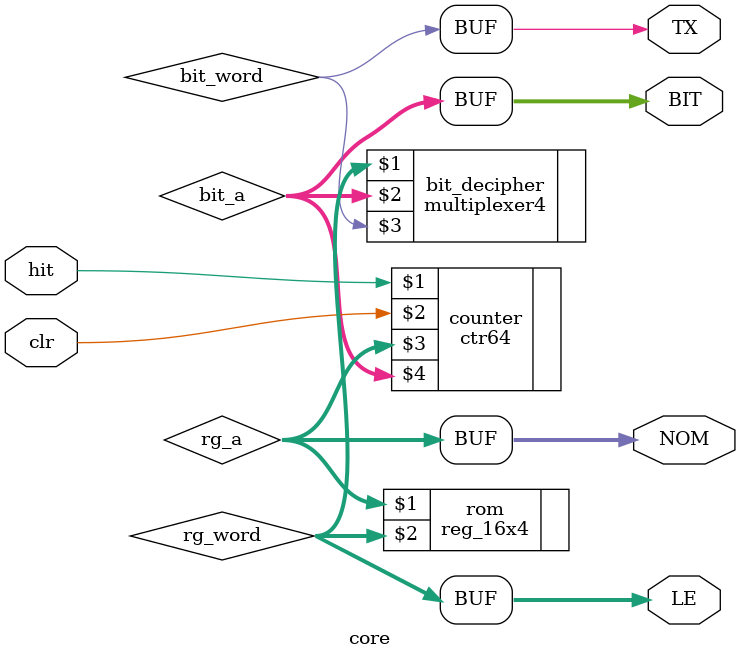
<source format=v>
`timescale 1ns / 1ps
module core(
    input hit,
    input clr,
    output [3:0] NOM,
    output [1:0] BIT,
    output [3:0] LE,
    output TX
    );
wire [3:0] 	rg_a;
wire [1:0] 	bit_a;
wire [3:0] 	rg_word;
wire			bit_word;
ctr64 counter(hit, clr, rg_a, bit_a);
reg_16x4 rom(rg_a, rg_word);
multiplexer4 bit_decipher(rg_word, bit_a, bit_word);
assign NOM 	= rg_a;
assign BIT 	= bit_a;
assign LE	= rg_word;
assign TX	= bit_word;

endmodule

</source>
